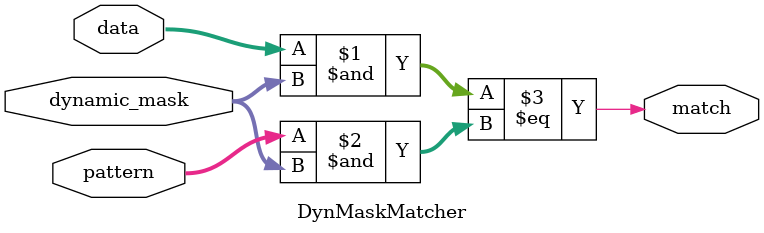
<source format=sv>
module DynMaskMatcher #(parameter WIDTH=8) (
    input [WIDTH-1:0] data,
    input [WIDTH-1:0] pattern,
    input [WIDTH-1:0] dynamic_mask,
    output match
);
assign match = ((data & dynamic_mask) == (pattern & dynamic_mask));
endmodule

</source>
